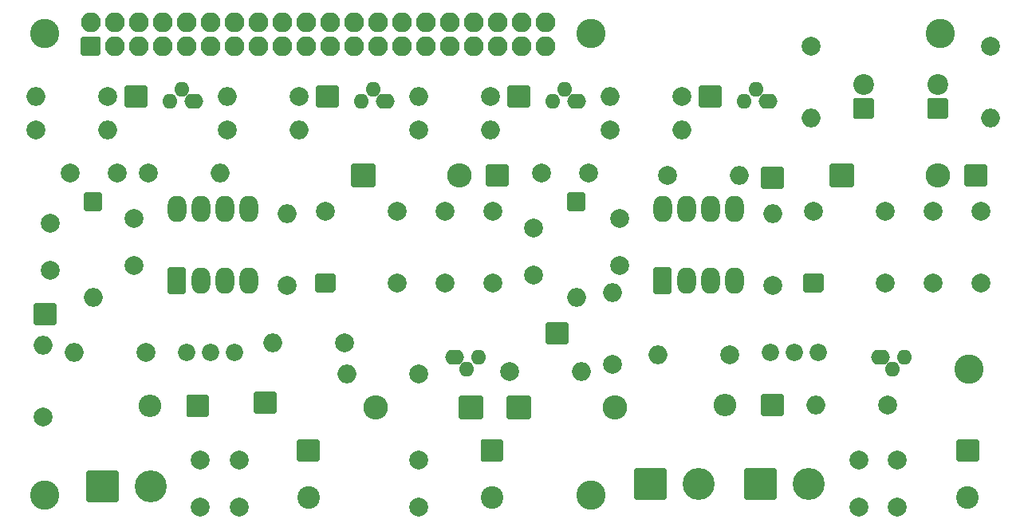
<source format=gbr>
%TF.GenerationSoftware,KiCad,Pcbnew,(5.1.8)-1*%
%TF.CreationDate,2020-12-03T12:02:38+01:00*%
%TF.ProjectId,repartiteur,72657061-7274-4697-9465-75722e6b6963,rev?*%
%TF.SameCoordinates,Original*%
%TF.FileFunction,Soldermask,Top*%
%TF.FilePolarity,Negative*%
%FSLAX46Y46*%
G04 Gerber Fmt 4.6, Leading zero omitted, Abs format (unit mm)*
G04 Created by KiCad (PCBNEW (5.1.8)-1) date 2020-12-03 12:02:38*
%MOMM*%
%LPD*%
G01*
G04 APERTURE LIST*
%ADD10O,2.000000X2.000000*%
%ADD11C,2.000000*%
%ADD12O,1.600000X1.600000*%
%ADD13O,2.000000X1.600000*%
%ADD14C,3.100000*%
%ADD15O,2.600000X2.600000*%
%ADD16O,2.400000X2.400000*%
%ADD17C,3.400000*%
%ADD18O,2.100000X2.100000*%
%ADD19C,1.840000*%
%ADD20O,2.000000X2.800000*%
%ADD21C,2.400000*%
%ADD22C,2.200000*%
G04 APERTURE END LIST*
D10*
%TO.C,R17*%
X171450000Y-99822000D03*
D11*
X179070000Y-99822000D03*
%TD*%
D12*
%TO.C,Q1*%
X119634000Y-72898000D03*
X120904000Y-71628000D03*
D13*
X122174000Y-72898000D03*
%TD*%
D12*
%TO.C,Q3*%
X180594000Y-72898000D03*
X181864000Y-71628000D03*
D13*
X183134000Y-72898000D03*
%TD*%
D12*
%TO.C,Q4*%
X160274000Y-72898000D03*
X161544000Y-71628000D03*
D13*
X162814000Y-72898000D03*
%TD*%
D12*
%TO.C,Q6*%
X139954000Y-72898000D03*
X141224000Y-71628000D03*
D13*
X142494000Y-72898000D03*
%TD*%
D14*
%TO.C,REF\u002A\u002A*%
X204470000Y-101346000D03*
%TD*%
%TO.C,REF\u002A\u002A*%
X201422000Y-65730000D03*
%TD*%
D10*
%TO.C,R3*%
X132080000Y-84836000D03*
D11*
X132080000Y-92456000D03*
%TD*%
%TO.C,K2*%
X200660000Y-92202000D03*
X205740000Y-92202000D03*
X195580000Y-92202000D03*
X187960000Y-84582000D03*
G36*
G01*
X188860000Y-93202000D02*
X187060000Y-93202000D01*
G75*
G02*
X186860000Y-93002000I0J200000D01*
G01*
X186860000Y-91402000D01*
G75*
G02*
X187060000Y-91202000I200000J0D01*
G01*
X188860000Y-91202000D01*
G75*
G02*
X189060000Y-91402000I0J-200000D01*
G01*
X189060000Y-93002000D01*
G75*
G02*
X188860000Y-93202000I-200000J0D01*
G01*
G37*
X205740000Y-84582000D03*
X200660000Y-84582000D03*
X195580000Y-84582000D03*
%TD*%
%TO.C,TP1*%
G36*
G01*
X105226000Y-96504000D02*
X105226000Y-94504000D01*
G75*
G02*
X105426000Y-94304000I200000J0D01*
G01*
X107426000Y-94304000D01*
G75*
G02*
X107626000Y-94504000I0J-200000D01*
G01*
X107626000Y-96504000D01*
G75*
G02*
X107426000Y-96704000I-200000J0D01*
G01*
X105426000Y-96704000D01*
G75*
G02*
X105226000Y-96504000I0J200000D01*
G01*
G37*
%TD*%
%TO.C,TP8*%
G36*
G01*
X182442000Y-82026000D02*
X182442000Y-80026000D01*
G75*
G02*
X182642000Y-79826000I200000J0D01*
G01*
X184642000Y-79826000D01*
G75*
G02*
X184842000Y-80026000I0J-200000D01*
G01*
X184842000Y-82026000D01*
G75*
G02*
X184642000Y-82226000I-200000J0D01*
G01*
X182642000Y-82226000D01*
G75*
G02*
X182442000Y-82026000I0J200000D01*
G01*
G37*
%TD*%
D10*
%TO.C,R11*%
X146050000Y-72390000D03*
D11*
X153670000Y-72390000D03*
%TD*%
D10*
%TO.C,R8*%
X173990000Y-75946000D03*
D11*
X166370000Y-75946000D03*
%TD*%
D10*
%TO.C,R9*%
X166370000Y-72390000D03*
D11*
X173990000Y-72390000D03*
%TD*%
%TO.C,TP3*%
G36*
G01*
X114878000Y-73390000D02*
X114878000Y-71390000D01*
G75*
G02*
X115078000Y-71190000I200000J0D01*
G01*
X117078000Y-71190000D01*
G75*
G02*
X117278000Y-71390000I0J-200000D01*
G01*
X117278000Y-73390000D01*
G75*
G02*
X117078000Y-73590000I-200000J0D01*
G01*
X115078000Y-73590000D01*
G75*
G02*
X114878000Y-73390000I0J200000D01*
G01*
G37*
%TD*%
D14*
%TO.C,REF\u002A\u002A*%
X164370000Y-114730000D03*
%TD*%
%TO.C,REF\u002A\u002A*%
X106370000Y-114730000D03*
%TD*%
%TO.C,REF\u002A\u002A*%
X164370000Y-65730000D03*
%TD*%
%TO.C,REF\u002A\u002A*%
X106370000Y-65730000D03*
%TD*%
D11*
%TO.C,C1*%
X106934000Y-90852000D03*
X106934000Y-85852000D03*
%TD*%
%TO.C,C3*%
X127000000Y-115980000D03*
X127000000Y-110980000D03*
%TD*%
%TO.C,C4*%
X115824000Y-90344000D03*
X115824000Y-85344000D03*
%TD*%
%TO.C,C7*%
X167386000Y-90344000D03*
X167386000Y-85344000D03*
%TD*%
%TO.C,C9*%
X196850000Y-115998000D03*
X196850000Y-110998000D03*
%TD*%
%TO.C,C10*%
X158242000Y-91360000D03*
X158242000Y-86360000D03*
%TD*%
%TO.C,C11*%
X109046000Y-80518000D03*
X114046000Y-80518000D03*
%TD*%
%TO.C,C12*%
X159084000Y-80518000D03*
X164084000Y-80518000D03*
%TD*%
D10*
%TO.C,D1*%
X111506000Y-93726000D03*
G36*
G01*
X110706000Y-82566000D02*
X112306000Y-82566000D01*
G75*
G02*
X112506000Y-82766000I0J-200000D01*
G01*
X112506000Y-84366000D01*
G75*
G02*
X112306000Y-84566000I-200000J0D01*
G01*
X110706000Y-84566000D01*
G75*
G02*
X110506000Y-84366000I0J200000D01*
G01*
X110506000Y-82766000D01*
G75*
G02*
X110706000Y-82566000I200000J0D01*
G01*
G37*
%TD*%
D15*
%TO.C,D2*%
X150368000Y-80772000D03*
G36*
G01*
X138908000Y-81872000D02*
X138908000Y-79672000D01*
G75*
G02*
X139108000Y-79472000I200000J0D01*
G01*
X141308000Y-79472000D01*
G75*
G02*
X141508000Y-79672000I0J-200000D01*
G01*
X141508000Y-81872000D01*
G75*
G02*
X141308000Y-82072000I-200000J0D01*
G01*
X139108000Y-82072000D01*
G75*
G02*
X138908000Y-81872000I0J200000D01*
G01*
G37*
%TD*%
%TO.C,D3*%
X141478000Y-105410000D03*
G36*
G01*
X152938000Y-104310000D02*
X152938000Y-106510000D01*
G75*
G02*
X152738000Y-106710000I-200000J0D01*
G01*
X150538000Y-106710000D01*
G75*
G02*
X150338000Y-106510000I0J200000D01*
G01*
X150338000Y-104310000D01*
G75*
G02*
X150538000Y-104110000I200000J0D01*
G01*
X152738000Y-104110000D01*
G75*
G02*
X152938000Y-104310000I0J-200000D01*
G01*
G37*
%TD*%
%TO.C,D4*%
X166878000Y-105410000D03*
G36*
G01*
X155418000Y-106510000D02*
X155418000Y-104310000D01*
G75*
G02*
X155618000Y-104110000I200000J0D01*
G01*
X157818000Y-104110000D01*
G75*
G02*
X158018000Y-104310000I0J-200000D01*
G01*
X158018000Y-106510000D01*
G75*
G02*
X157818000Y-106710000I-200000J0D01*
G01*
X155618000Y-106710000D01*
G75*
G02*
X155418000Y-106510000I0J200000D01*
G01*
G37*
%TD*%
%TO.C,D5*%
X201168000Y-80772000D03*
G36*
G01*
X189708000Y-81872000D02*
X189708000Y-79672000D01*
G75*
G02*
X189908000Y-79472000I200000J0D01*
G01*
X192108000Y-79472000D01*
G75*
G02*
X192308000Y-79672000I0J-200000D01*
G01*
X192308000Y-81872000D01*
G75*
G02*
X192108000Y-82072000I-200000J0D01*
G01*
X189908000Y-82072000D01*
G75*
G02*
X189708000Y-81872000I0J200000D01*
G01*
G37*
%TD*%
D10*
%TO.C,D6*%
X162814000Y-93726000D03*
G36*
G01*
X162014000Y-82566000D02*
X163614000Y-82566000D01*
G75*
G02*
X163814000Y-82766000I0J-200000D01*
G01*
X163814000Y-84366000D01*
G75*
G02*
X163614000Y-84566000I-200000J0D01*
G01*
X162014000Y-84566000D01*
G75*
G02*
X161814000Y-84366000I0J200000D01*
G01*
X161814000Y-82766000D01*
G75*
G02*
X162014000Y-82566000I200000J0D01*
G01*
G37*
%TD*%
D16*
%TO.C,D7*%
X117540000Y-105230000D03*
G36*
G01*
X123820000Y-104230000D02*
X123820000Y-106230000D01*
G75*
G02*
X123620000Y-106430000I-200000J0D01*
G01*
X121620000Y-106430000D01*
G75*
G02*
X121420000Y-106230000I0J200000D01*
G01*
X121420000Y-104230000D01*
G75*
G02*
X121620000Y-104030000I200000J0D01*
G01*
X123620000Y-104030000D01*
G75*
G02*
X123820000Y-104230000I0J-200000D01*
G01*
G37*
%TD*%
%TO.C,D8*%
X178562000Y-105156000D03*
G36*
G01*
X184842000Y-104156000D02*
X184842000Y-106156000D01*
G75*
G02*
X184642000Y-106356000I-200000J0D01*
G01*
X182642000Y-106356000D01*
G75*
G02*
X182442000Y-106156000I0J200000D01*
G01*
X182442000Y-104156000D01*
G75*
G02*
X182642000Y-103956000I200000J0D01*
G01*
X184642000Y-103956000D01*
G75*
G02*
X184842000Y-104156000I0J-200000D01*
G01*
G37*
%TD*%
D11*
%TO.C,F1*%
X122870000Y-115980000D03*
X122870000Y-110980000D03*
%TD*%
%TO.C,F2*%
X192786000Y-115998000D03*
X192786000Y-110998000D03*
%TD*%
D17*
%TO.C,J1*%
X117602000Y-113792000D03*
G36*
G01*
X110822000Y-115292000D02*
X110822000Y-112292000D01*
G75*
G02*
X111022000Y-112092000I200000J0D01*
G01*
X114022000Y-112092000D01*
G75*
G02*
X114222000Y-112292000I0J-200000D01*
G01*
X114222000Y-115292000D01*
G75*
G02*
X114022000Y-115492000I-200000J0D01*
G01*
X111022000Y-115492000D01*
G75*
G02*
X110822000Y-115292000I0J200000D01*
G01*
G37*
%TD*%
D18*
%TO.C,J2*%
X159512000Y-64516000D03*
X159512000Y-67056000D03*
X156972000Y-64516000D03*
X156972000Y-67056000D03*
X154432000Y-64516000D03*
X154432000Y-67056000D03*
X151892000Y-64516000D03*
X151892000Y-67056000D03*
X149352000Y-64516000D03*
X149352000Y-67056000D03*
X146812000Y-64516000D03*
X146812000Y-67056000D03*
X144272000Y-64516000D03*
X144272000Y-67056000D03*
X141732000Y-64516000D03*
X141732000Y-67056000D03*
X139192000Y-64516000D03*
X139192000Y-67056000D03*
X136652000Y-64516000D03*
X136652000Y-67056000D03*
X134112000Y-64516000D03*
X134112000Y-67056000D03*
X131572000Y-64516000D03*
X131572000Y-67056000D03*
X129032000Y-64516000D03*
X129032000Y-67056000D03*
X126492000Y-64516000D03*
X126492000Y-67056000D03*
X123952000Y-64516000D03*
X123952000Y-67056000D03*
X121412000Y-64516000D03*
X121412000Y-67056000D03*
X118872000Y-64516000D03*
X118872000Y-67056000D03*
X116332000Y-64516000D03*
X116332000Y-67056000D03*
X113792000Y-64516000D03*
X113792000Y-67056000D03*
X111252000Y-64516000D03*
G36*
G01*
X112102000Y-68106000D02*
X110402000Y-68106000D01*
G75*
G02*
X110202000Y-67906000I0J200000D01*
G01*
X110202000Y-66206000D01*
G75*
G02*
X110402000Y-66006000I200000J0D01*
G01*
X112102000Y-66006000D01*
G75*
G02*
X112302000Y-66206000I0J-200000D01*
G01*
X112302000Y-67906000D01*
G75*
G02*
X112102000Y-68106000I-200000J0D01*
G01*
G37*
%TD*%
D17*
%TO.C,J3*%
X175768000Y-113538000D03*
G36*
G01*
X168988000Y-115038000D02*
X168988000Y-112038000D01*
G75*
G02*
X169188000Y-111838000I200000J0D01*
G01*
X172188000Y-111838000D01*
G75*
G02*
X172388000Y-112038000I0J-200000D01*
G01*
X172388000Y-115038000D01*
G75*
G02*
X172188000Y-115238000I-200000J0D01*
G01*
X169188000Y-115238000D01*
G75*
G02*
X168988000Y-115038000I0J200000D01*
G01*
G37*
%TD*%
%TO.C,J4*%
X187452000Y-113538000D03*
G36*
G01*
X180672000Y-115038000D02*
X180672000Y-112038000D01*
G75*
G02*
X180872000Y-111838000I200000J0D01*
G01*
X183872000Y-111838000D01*
G75*
G02*
X184072000Y-112038000I0J-200000D01*
G01*
X184072000Y-115038000D01*
G75*
G02*
X183872000Y-115238000I-200000J0D01*
G01*
X180872000Y-115238000D01*
G75*
G02*
X180672000Y-115038000I0J200000D01*
G01*
G37*
%TD*%
D11*
%TO.C,K1*%
X148844000Y-92202000D03*
X153924000Y-92202000D03*
X143764000Y-92202000D03*
X136144000Y-84582000D03*
G36*
G01*
X137044000Y-93202000D02*
X135244000Y-93202000D01*
G75*
G02*
X135044000Y-93002000I0J200000D01*
G01*
X135044000Y-91402000D01*
G75*
G02*
X135244000Y-91202000I200000J0D01*
G01*
X137044000Y-91202000D01*
G75*
G02*
X137244000Y-91402000I0J-200000D01*
G01*
X137244000Y-93002000D01*
G75*
G02*
X137044000Y-93202000I-200000J0D01*
G01*
G37*
X153924000Y-84582000D03*
X148844000Y-84582000D03*
X143764000Y-84582000D03*
%TD*%
D12*
%TO.C,Q2*%
X197612000Y-100076000D03*
X196342000Y-101346000D03*
D13*
X195072000Y-100076000D03*
%TD*%
D12*
%TO.C,Q5*%
X152400000Y-100076000D03*
X151130000Y-101346000D03*
D13*
X149860000Y-100076000D03*
%TD*%
D10*
%TO.C,R1*%
X106172000Y-98806000D03*
D11*
X106172000Y-106426000D03*
%TD*%
D10*
%TO.C,R2*%
X109474000Y-99568000D03*
D11*
X117094000Y-99568000D03*
%TD*%
D10*
%TO.C,R4*%
X124968000Y-80518000D03*
D11*
X117348000Y-80518000D03*
%TD*%
D10*
%TO.C,R5*%
X113030000Y-75946000D03*
D11*
X105410000Y-75946000D03*
%TD*%
D10*
%TO.C,R6*%
X138430000Y-101854000D03*
D11*
X146050000Y-101854000D03*
%TD*%
D10*
%TO.C,R7*%
X105410000Y-72390000D03*
D11*
X113030000Y-72390000D03*
%TD*%
D10*
%TO.C,R10*%
X153670000Y-75946000D03*
D11*
X146050000Y-75946000D03*
%TD*%
D10*
%TO.C,R12*%
X163322000Y-101600000D03*
D11*
X155702000Y-101600000D03*
%TD*%
D10*
%TO.C,R13*%
X180086000Y-80772000D03*
D11*
X172466000Y-80772000D03*
%TD*%
D10*
%TO.C,R14*%
X133350000Y-75946000D03*
D11*
X125730000Y-75946000D03*
%TD*%
D10*
%TO.C,R15*%
X183642000Y-84836000D03*
D11*
X183642000Y-92456000D03*
%TD*%
D10*
%TO.C,R16*%
X125730000Y-72390000D03*
D11*
X133350000Y-72390000D03*
%TD*%
D10*
%TO.C,R18*%
X166624000Y-93218000D03*
D11*
X166624000Y-100838000D03*
%TD*%
D10*
%TO.C,R19*%
X130556000Y-98552000D03*
D11*
X138176000Y-98552000D03*
%TD*%
D10*
%TO.C,R20*%
X188214000Y-105156000D03*
D11*
X195834000Y-105156000D03*
%TD*%
D19*
%TO.C,RV1*%
X121412000Y-99568000D03*
X123952000Y-99568000D03*
X126492000Y-99568000D03*
%TD*%
%TO.C,RV2*%
X183388000Y-99568000D03*
X185928000Y-99568000D03*
X188468000Y-99568000D03*
%TD*%
%TO.C,TP2*%
G36*
G01*
X128594000Y-105902000D02*
X128594000Y-103902000D01*
G75*
G02*
X128794000Y-103702000I200000J0D01*
G01*
X130794000Y-103702000D01*
G75*
G02*
X130994000Y-103902000I0J-200000D01*
G01*
X130994000Y-105902000D01*
G75*
G02*
X130794000Y-106102000I-200000J0D01*
G01*
X128794000Y-106102000D01*
G75*
G02*
X128594000Y-105902000I0J200000D01*
G01*
G37*
%TD*%
%TO.C,TP4*%
G36*
G01*
X153232000Y-81772000D02*
X153232000Y-79772000D01*
G75*
G02*
X153432000Y-79572000I200000J0D01*
G01*
X155432000Y-79572000D01*
G75*
G02*
X155632000Y-79772000I0J-200000D01*
G01*
X155632000Y-81772000D01*
G75*
G02*
X155432000Y-81972000I-200000J0D01*
G01*
X153432000Y-81972000D01*
G75*
G02*
X153232000Y-81772000I0J200000D01*
G01*
G37*
%TD*%
%TO.C,TP5*%
G36*
G01*
X175838000Y-73390000D02*
X175838000Y-71390000D01*
G75*
G02*
X176038000Y-71190000I200000J0D01*
G01*
X178038000Y-71190000D01*
G75*
G02*
X178238000Y-71390000I0J-200000D01*
G01*
X178238000Y-73390000D01*
G75*
G02*
X178038000Y-73590000I-200000J0D01*
G01*
X176038000Y-73590000D01*
G75*
G02*
X175838000Y-73390000I0J200000D01*
G01*
G37*
%TD*%
%TO.C,TP6*%
G36*
G01*
X204032000Y-81772000D02*
X204032000Y-79772000D01*
G75*
G02*
X204232000Y-79572000I200000J0D01*
G01*
X206232000Y-79572000D01*
G75*
G02*
X206432000Y-79772000I0J-200000D01*
G01*
X206432000Y-81772000D01*
G75*
G02*
X206232000Y-81972000I-200000J0D01*
G01*
X204232000Y-81972000D01*
G75*
G02*
X204032000Y-81772000I0J200000D01*
G01*
G37*
%TD*%
%TO.C,TP7*%
G36*
G01*
X155518000Y-73390000D02*
X155518000Y-71390000D01*
G75*
G02*
X155718000Y-71190000I200000J0D01*
G01*
X157718000Y-71190000D01*
G75*
G02*
X157918000Y-71390000I0J-200000D01*
G01*
X157918000Y-73390000D01*
G75*
G02*
X157718000Y-73590000I-200000J0D01*
G01*
X155718000Y-73590000D01*
G75*
G02*
X155518000Y-73390000I0J200000D01*
G01*
G37*
%TD*%
%TO.C,TP9*%
G36*
G01*
X135198000Y-73390000D02*
X135198000Y-71390000D01*
G75*
G02*
X135398000Y-71190000I200000J0D01*
G01*
X137398000Y-71190000D01*
G75*
G02*
X137598000Y-71390000I0J-200000D01*
G01*
X137598000Y-73390000D01*
G75*
G02*
X137398000Y-73590000I-200000J0D01*
G01*
X135398000Y-73590000D01*
G75*
G02*
X135198000Y-73390000I0J200000D01*
G01*
G37*
%TD*%
%TO.C,TP10*%
G36*
G01*
X159582000Y-98536000D02*
X159582000Y-96536000D01*
G75*
G02*
X159782000Y-96336000I200000J0D01*
G01*
X161782000Y-96336000D01*
G75*
G02*
X161982000Y-96536000I0J-200000D01*
G01*
X161982000Y-98536000D01*
G75*
G02*
X161782000Y-98736000I-200000J0D01*
G01*
X159782000Y-98736000D01*
G75*
G02*
X159582000Y-98536000I0J200000D01*
G01*
G37*
%TD*%
D20*
%TO.C,U1*%
X120396000Y-84328000D03*
X128016000Y-91948000D03*
X122936000Y-84328000D03*
X125476000Y-91948000D03*
X125476000Y-84328000D03*
X122936000Y-91948000D03*
X128016000Y-84328000D03*
G36*
G01*
X121196000Y-93348000D02*
X119596000Y-93348000D01*
G75*
G02*
X119396000Y-93148000I0J200000D01*
G01*
X119396000Y-90748000D01*
G75*
G02*
X119596000Y-90548000I200000J0D01*
G01*
X121196000Y-90548000D01*
G75*
G02*
X121396000Y-90748000I0J-200000D01*
G01*
X121396000Y-93148000D01*
G75*
G02*
X121196000Y-93348000I-200000J0D01*
G01*
G37*
%TD*%
%TO.C,U2*%
X171958000Y-84328000D03*
X179578000Y-91948000D03*
X174498000Y-84328000D03*
X177038000Y-91948000D03*
X177038000Y-84328000D03*
X174498000Y-91948000D03*
X179578000Y-84328000D03*
G36*
G01*
X172758000Y-93348000D02*
X171158000Y-93348000D01*
G75*
G02*
X170958000Y-93148000I0J200000D01*
G01*
X170958000Y-90748000D01*
G75*
G02*
X171158000Y-90548000I200000J0D01*
G01*
X172758000Y-90548000D01*
G75*
G02*
X172958000Y-90748000I0J-200000D01*
G01*
X172958000Y-93148000D01*
G75*
G02*
X172758000Y-93348000I-200000J0D01*
G01*
G37*
%TD*%
D11*
%TO.C,C5*%
X146050000Y-115998000D03*
X146050000Y-110998000D03*
%TD*%
D21*
%TO.C,C2*%
X134370000Y-114980000D03*
G36*
G01*
X133370000Y-108780000D02*
X135370000Y-108780000D01*
G75*
G02*
X135570000Y-108980000I0J-200000D01*
G01*
X135570000Y-110980000D01*
G75*
G02*
X135370000Y-111180000I-200000J0D01*
G01*
X133370000Y-111180000D01*
G75*
G02*
X133170000Y-110980000I0J200000D01*
G01*
X133170000Y-108980000D01*
G75*
G02*
X133370000Y-108780000I200000J0D01*
G01*
G37*
%TD*%
%TO.C,C6*%
X153870000Y-114980000D03*
G36*
G01*
X152870000Y-108780000D02*
X154870000Y-108780000D01*
G75*
G02*
X155070000Y-108980000I0J-200000D01*
G01*
X155070000Y-110980000D01*
G75*
G02*
X154870000Y-111180000I-200000J0D01*
G01*
X152870000Y-111180000D01*
G75*
G02*
X152670000Y-110980000I0J200000D01*
G01*
X152670000Y-108980000D01*
G75*
G02*
X152870000Y-108780000I200000J0D01*
G01*
G37*
%TD*%
%TO.C,C8*%
X204370000Y-114980000D03*
G36*
G01*
X203370000Y-108780000D02*
X205370000Y-108780000D01*
G75*
G02*
X205570000Y-108980000I0J-200000D01*
G01*
X205570000Y-110980000D01*
G75*
G02*
X205370000Y-111180000I-200000J0D01*
G01*
X203370000Y-111180000D01*
G75*
G02*
X203170000Y-110980000I0J200000D01*
G01*
X203170000Y-108980000D01*
G75*
G02*
X203370000Y-108780000I200000J0D01*
G01*
G37*
%TD*%
D22*
%TO.C,D9*%
X193294000Y-71120000D03*
G36*
G01*
X194194000Y-74760000D02*
X192394000Y-74760000D01*
G75*
G02*
X192194000Y-74560000I0J200000D01*
G01*
X192194000Y-72760000D01*
G75*
G02*
X192394000Y-72560000I200000J0D01*
G01*
X194194000Y-72560000D01*
G75*
G02*
X194394000Y-72760000I0J-200000D01*
G01*
X194394000Y-74560000D01*
G75*
G02*
X194194000Y-74760000I-200000J0D01*
G01*
G37*
%TD*%
%TO.C,D10*%
X201168000Y-71120000D03*
G36*
G01*
X202068000Y-74760000D02*
X200268000Y-74760000D01*
G75*
G02*
X200068000Y-74560000I0J200000D01*
G01*
X200068000Y-72760000D01*
G75*
G02*
X200268000Y-72560000I200000J0D01*
G01*
X202068000Y-72560000D01*
G75*
G02*
X202268000Y-72760000I0J-200000D01*
G01*
X202268000Y-74560000D01*
G75*
G02*
X202068000Y-74760000I-200000J0D01*
G01*
G37*
%TD*%
D10*
%TO.C,R21*%
X187706000Y-74676000D03*
D11*
X187706000Y-67056000D03*
%TD*%
D10*
%TO.C,R22*%
X206756000Y-74676000D03*
D11*
X206756000Y-67056000D03*
%TD*%
M02*

</source>
